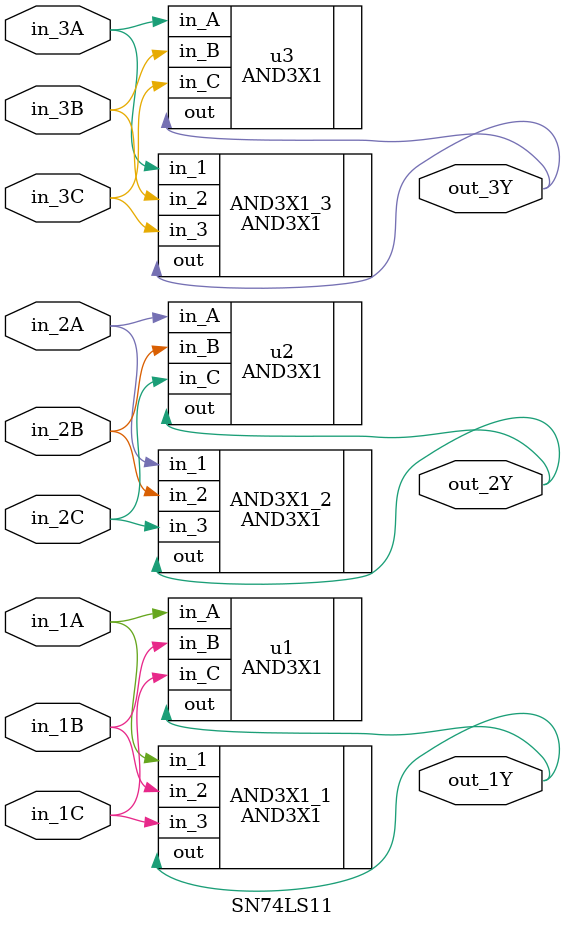
<source format=v>
`timescale 1ns / 1ps

module SN74LS11
	//port list
(	in_1A,
	in_1B,
	in_1C,
	in_2A,
	in_2B,
	in_2C,
	in_3A,
	in_3B,
	in_3C,
	out_1Y,
	out_2Y,
	out_3Y
);
//port declaration
input in_1A;
input in_1B;
input in_1C;
input in_2A;
input in_2B;
input in_2C;
input in_3A;
input in_3B;
input in_3C;
output out_1Y;
output out_2Y;
output out_3Y;

// modeling
AND3X1 u1 (.in_A(in_1A),
	   .in_B(in_1B),
	   .in_C(in_1C),
	   .out(out_1Y)
	);

AND3X1 u2 (.in_A(in_2A),
	   .in_B(in_2B),
	   .in_C(in_2C),
	   .out(out_2Y)
	);

AND3X1 u3 (.in_A(in_3A),
	   .in_B(in_3B),
	   .in_C(in_3C),
	   .out(out_3Y)
	);

AND3X1 AND3X1_1 (.out(out_1Y), .in_1(in_1A), .in_2(in_1B), .in_3(in_1C));
AND3X1 AND3X1_2 (.out(out_2Y), .in_1(in_2A), .in_2(in_2B), .in_3(in_2C));
AND3X1 AND3X1_3 (.out(out_3Y), .in_1(in_3A), .in_2(in_3B), .in_3(in_3C));

endmodule

</source>
